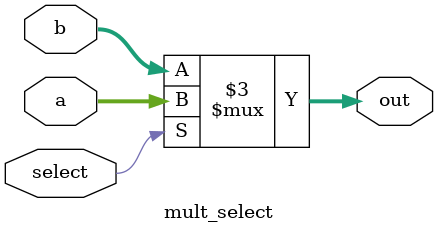
<source format=v>
module mult_select(a,b,select,out);
parameter size=8;
input    [size-1:0]a,b;
input              select;
output   [size-1:0]out;
reg      [size-1:0]out;
always@(a or b or select)
  begin
       if(select)
             out=a;
        else 
             out=b;
   end
   
endmodule
</source>
